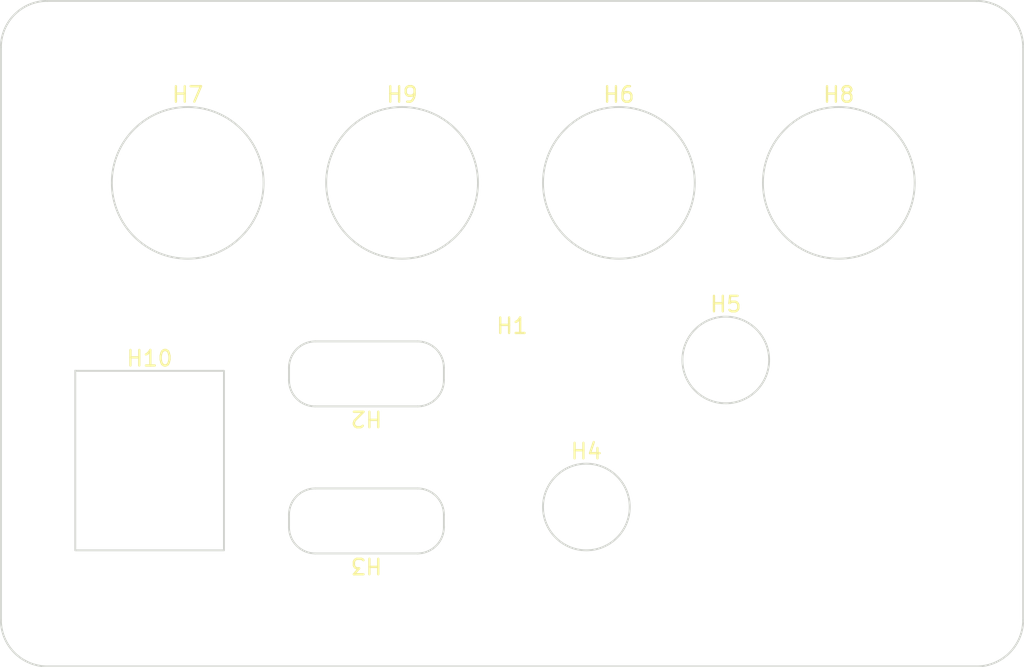
<source format=kicad_pcb>
(kicad_pcb (version 20211014) (generator pcbnew)
  (layers (0 "F.Cu" signal) (31 "B.Cu" signal) (34 "B.Paste" user) (35 "F.Paste" user) (36 "B.SilkS" user "B.Silkscreen") (37 "F.SilkS" user "F.Silkscreen") (38 "B.Mask" user) (39 "F.Mask" user) (44 "Edge.Cuts" user))
  (net 0 "")
  (footprint "FrontPanel-Footprints:PanelCutout_Banana_Jack_4mm_Deltron_571" (layer "F.Cu") (at 114.2 78.855)
    (fp_text reference "H9" (at 0 -5.7 unlocked) (layer "F.SilkS"))
    (fp_text value "SPK_R-")
    (fp_circle (center 0 0) (end 4.9 0) (layer "Edge.Cuts") (width 0.12) (fill none))
  )
  (footprint "FrontPanel-Footprints:PanelCutout_Barrel_Jack" (layer "F.Cu") (at 97.9 95.8)
    (fp_text reference "H10" (at 0 -5.6 unlocked) (layer "F.SilkS"))
    (fp_text value "Power")
    (fp_rect (start -4.8 -4.8) (end 4.8 6.8) (layer "Edge.Cuts") (width 0.12) (fill none))
  )
  (footprint "FrontPanel-Footprints:PanelCutout_USB-C" (layer "F.Cu") (at 111.9 100.7 180)
    (fp_text reference "H3" (at 0 -2.9 180 unlocked) (layer "F.SilkS"))
    (fp_text value "USB2")
    (fp_line (start -5 0.4) (end -5 -0.4) (layer "Edge.Cuts") (width 0.12))
    (fp_line (start 3.3 2.1) (end -3.3 2.1) (layer "Edge.Cuts") (width 0.12))
    (fp_line (start 5 -0.4) (end 5 0.4) (layer "Edge.Cuts") (width 0.12))
    (fp_line (start -3.3 -2.1) (end 3.3 -2.1) (layer "Edge.Cuts") (width 0.12))
    (fp_arc (start -5 -0.4) (mid -4.502082 -1.602082) (end -3.3 -2.1) (layer "Edge.Cuts") (width 0.12))
    (fp_arc (start 5 0.4) (mid 4.502082 1.602082) (end 3.3 2.1) (layer "Edge.Cuts") (width 0.12))
    (fp_arc (start 3.3 -2.1) (mid 4.502082 -1.602082) (end 5 -0.4) (layer "Edge.Cuts") (width 0.12))
    (fp_arc (start -3.3 2.1) (mid -4.502082 1.602082) (end -5 0.4) (layer "Edge.Cuts") (width 0.12))
  )
  (footprint "FrontPanel-Footprints:PanelCutout_Banana_Jack_4mm_Deltron_571" (layer "F.Cu") (at 100.36 78.855)
    (fp_text reference "H7" (at 0 -5.7 unlocked) (layer "F.SilkS"))
    (fp_text value "SPK_L-")
    (fp_circle (center 0 0) (end 4.9 0) (layer "Edge.Cuts") (width 0.12) (fill none))
  )
  (footprint "FrontPanel-Footprints:PanelCutout_USB-C" (layer "F.Cu") (at 111.9 91.2 180)
    (fp_text reference "H2" (at 0 -2.9 180 unlocked) (layer "F.SilkS"))
    (fp_text value "USB1")
    (fp_line (start 3.3 2.1) (end -3.3 2.1) (layer "Edge.Cuts") (width 0.12))
    (fp_line (start -5 0.4) (end -5 -0.4) (layer "Edge.Cuts") (width 0.12))
    (fp_line (start -3.3 -2.1) (end 3.3 -2.1) (layer "Edge.Cuts") (width 0.12))
    (fp_line (start 5 -0.4) (end 5 0.4) (layer "Edge.Cuts") (width 0.12))
    (fp_arc (start 5 0.4) (mid 4.502082 1.602082) (end 3.3 2.1) (layer "Edge.Cuts") (width 0.12))
    (fp_arc (start -3.3 2.1) (mid -4.502082 1.602082) (end -5 0.4) (layer "Edge.Cuts") (width 0.12))
    (fp_arc (start 3.3 -2.1) (mid 4.502082 -1.602082) (end 5 -0.4) (layer "Edge.Cuts") (width 0.12))
    (fp_arc (start -5 -0.4) (mid -4.502082 -1.602082) (end -3.3 -2.1) (layer "Edge.Cuts") (width 0.12))
  )
  (footprint "FrontPanel-Footprints:PanelCutout_Jack_3.5mm_Switchcraft_35RASMT4BHNTRX" (layer "F.Cu") (at 135.1 90.3)
    (fp_text reference "H5" (at 0 -3.6 unlocked) (layer "F.SilkS"))
    (fp_text value "Linein")
    (fp_circle (center 0 0) (end 2.8 0) (layer "Edge.Cuts") (width 0.12) (fill none))
  )
  (footprint "FrontPanel-Footprints:PanelCutout_Banana_Jack_4mm_Deltron_571" (layer "F.Cu") (at 142.4 78.855)
    (fp_text reference "H8" (at 0 -5.7 unlocked) (layer "F.SilkS"))
    (fp_text value "SPK_R+")
    (fp_circle (center 0 0) (end 4.9 0) (layer "Edge.Cuts") (width 0.12) (fill none))
  )
  (footprint "FrontPanel-Footprints:PanelCutout_Jack_3.5mm_Switchcraft_35RASMT4BHNTRX" (layer "F.Cu") (at 126.1 99.8)
    (fp_text reference "H4" (at 0 -3.6 unlocked) (layer "F.SilkS"))
    (fp_text value "Lineout")
    (fp_circle (center 0 0) (end 2.8 0) (layer "Edge.Cuts") (width 0.12) (fill none))
  )
  (footprint "FrontPanel-Footprints:EnclosureEndPlate_66x43mm" (layer "F.Cu") (at 121.3 88.6)
    (fp_text reference "H1" (at 0 -0.5 unlocked) (layer "F.SilkS"))
    (fp_text value "Enclosure")
    (fp_line (start -33 -18.5) (end -33 18.5) (layer "Edge.Cuts") (width 0.12))
    (fp_line (start 33 18.5) (end 33 -18.5) (layer "Edge.Cuts") (width 0.12))
    (fp_line (start 30 -21.5) (end -30 -21.5) (layer "Edge.Cuts") (width 0.12))
    (fp_line (start -30 21.5) (end 30 21.5) (layer "Edge.Cuts") (width 0.12))
    (fp_arc (start -33 -18.5) (mid -32.12132 -20.62132) (end -30 -21.5) (layer "Edge.Cuts") (width 0.12))
    (fp_arc (start 30 -21.5) (mid 32.12132 -20.62132) (end 33 -18.5) (layer "Edge.Cuts") (width 0.12))
    (fp_arc (start -30 21.5) (mid -32.12132 20.62132) (end -33 18.5) (layer "Edge.Cuts") (width 0.12))
    (fp_arc (start 33 18.5) (mid 32.12132 20.62132) (end 30 21.5) (layer "Edge.Cuts") (width 0.12))
  )
  (footprint "FrontPanel-Footprints:PanelCutout_Banana_Jack_4mm_Deltron_571" (layer "F.Cu") (at 128.2 78.855)
    (fp_text reference "H6" (at 0 -5.7 unlocked) (layer "F.SilkS"))
    (fp_text value "SPK_L+")
    (fp_circle (center 0 0) (end 4.9 0) (layer "Edge.Cuts") (width 0.12) (fill none))
  )
)
</source>
